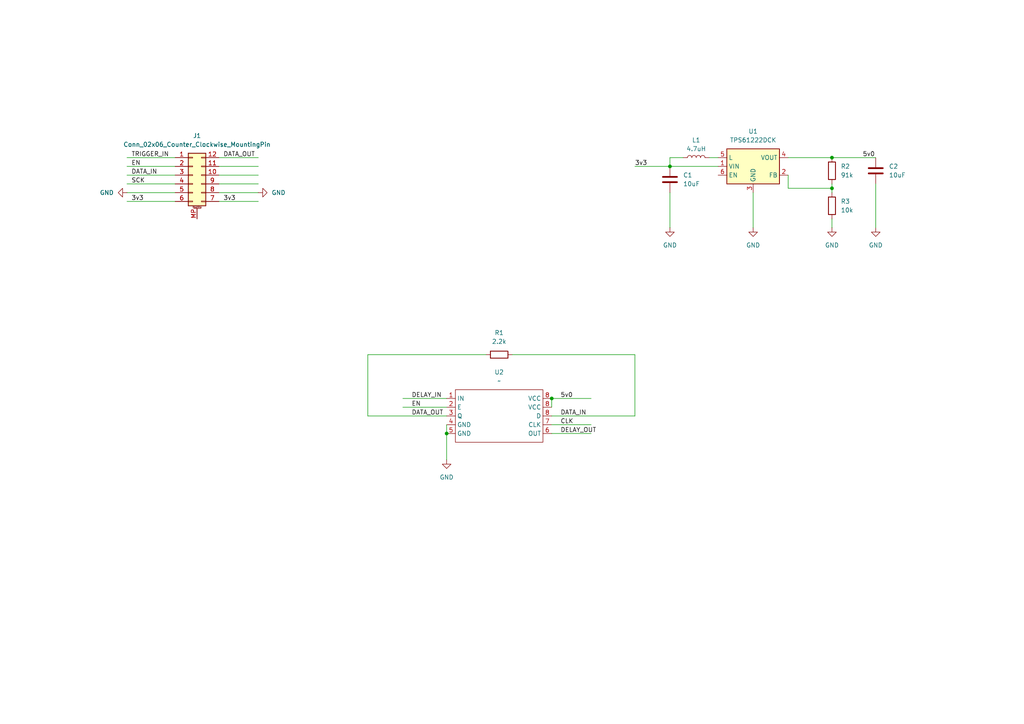
<source format=kicad_sch>
(kicad_sch (version 20250114) (generator "eeschema") (generator_version "9.0")
  (paper "A4")
  (lib_symbols
    (symbol "Connector_Generic_MountingPin:Conn_02x06_Counter_Clockwise_MountingPin" (pin_names (offset 1.016) (hide yes))
      (property "Reference" "J" (at 1.27 7.62 0))
      (property "Value" "Conn_02x06_Counter_Clockwise_MountingPin" (at 2.54 -10.16 0))
      (symbol "Conn_02x06_Counter_Clockwise_MountingPin_1_1"
        (rectangle (start -1.27 6.35) (end 3.81 -8.89) (stroke (width 0.254)) (fill (type background)))
        (rectangle (start -1.27 5.207) (end 0 4.953) (stroke (width 0.1524)))
        (rectangle (start -1.27 2.667) (end 0 2.413) (stroke (width 0.1524)))
        (rectangle (start -1.27 0.127) (end 0 -0.127) (stroke (width 0.1524)))
        (rectangle (start -1.27 -2.413) (end 0 -2.667) (stroke (width 0.1524)))
        (rectangle (start -1.27 -4.953) (end 0 -5.207) (stroke (width 0.1524)))
        (rectangle (start -1.27 -7.493) (end 0 -7.747) (stroke (width 0.1524)))
        (polyline (pts (xy 0.254 -9.652) (xy 2.286 -9.652)) (stroke (width 0.1524)))
        (rectangle (start 3.81 5.207) (end 2.54 4.953) (stroke (width 0.1524)))
        (rectangle (start 3.81 2.667) (end 2.54 2.413) (stroke (width 0.1524)))
        (rectangle (start 3.81 0.127) (end 2.54 -0.127) (stroke (width 0.1524)))
        (rectangle (start 3.81 -2.413) (end 2.54 -2.667) (stroke (width 0.1524)))
        (rectangle (start 3.81 -4.953) (end 2.54 -5.207) (stroke (width 0.1524)))
        (rectangle (start 3.81 -7.493) (end 2.54 -7.747) (stroke (width 0.1524)))
        (text "Mounting" (at 1.27 -9.271 0) (effects (font (size 0.381 0.381))))
        (pin passive line (at -5.08 5.08 0) (length 3.81) (name "Pin_1") (number "1"))
        (pin passive line (at -5.08 2.54 0) (length 3.81) (name "Pin_2") (number "2"))
        (pin passive line (at -5.08 0 0) (length 3.81) (name "Pin_3") (number "3"))
        (pin passive line (at -5.08 -2.54 0) (length 3.81) (name "Pin_4") (number "4"))
        (pin passive line (at -5.08 -5.08 0) (length 3.81) (name "Pin_5") (number "5"))
        (pin passive line (at -5.08 -7.62 0) (length 3.81) (name "Pin_6") (number "6"))
        (pin passive line (at 1.27 -12.7 90) (length 3.048) (name "MountPin") (number "MP"))
        (pin passive line (at 7.62 5.08 180) (length 3.81) (name "Pin_12") (number "12"))
        (pin passive line (at 7.62 2.54 180) (length 3.81) (name "Pin_11") (number "11"))
        (pin passive line (at 7.62 0 180) (length 3.81) (name "Pin_10") (number "10"))
        (pin passive line (at 7.62 -2.54 180) (length 3.81) (name "Pin_9") (number "9"))
        (pin passive line (at 7.62 -5.08 180) (length 3.81) (name "Pin_8") (number "8"))
        (pin passive line (at 7.62 -7.62 180) (length 3.81) (name "Pin_7") (number "7"))
      )
    )
    (symbol "Device:C" (pin_numbers (hide yes)) (pin_names (offset 0.254))
      (property "Reference" "C" (at 0.635 2.54 0))
      (property "Value" "C" (at 0.635 -2.54 0))
      (symbol "C_0_1"
        (polyline (pts (xy -2.032 0.762) (xy 2.032 0.762)) (stroke (width 0.508)))
        (polyline (pts (xy -2.032 -0.762) (xy 2.032 -0.762)) (stroke (width 0.508)))
      )
      (symbol "C_1_1"
        (pin passive line (at 0 3.81 270) (length 2.794) (name "~") (number "1"))
        (pin passive line (at 0 -3.81 90) (length 2.794) (name "~") (number "2"))
      )
    )
    (symbol "Device:L" (pin_numbers (hide yes)) (pin_names (offset 1.016) (hide yes))
      (property "Reference" "L" (at -1.27 0 90))
      (property "Value" "L" (at 1.905 0 90))
      (symbol "L_0_1"
        (arc (start 0 2.54) (mid 0.6323 1.905) (end 0 1.27))
        (arc (start 0 1.27) (mid 0.6323 0.635) (end 0 0))
        (arc (start 0 0) (mid 0.6323 -0.635) (end 0 -1.27))
        (arc (start 0 -1.27) (mid 0.6323 -1.905) (end 0 -2.54))
      )
      (symbol "L_1_1"
        (pin passive line (at 0 3.81 270) (length 1.27) (name "1") (number "1"))
        (pin passive line (at 0 -3.81 90) (length 1.27) (name "2") (number "2"))
      )
    )
    (symbol "Device:R" (pin_numbers (hide yes)) (pin_names (offset 0))
      (property "Reference" "R" (at 2.032 0 90))
      (property "Value" "R" (at 0 0 90))
      (symbol "R_0_1"
        (rectangle (start -1.016 -2.54) (end 1.016 2.54) (stroke (width 0.254)))
      )
      (symbol "R_1_1"
        (pin passive line (at 0 3.81 270) (length 1.27) (name "~") (number "1"))
        (pin passive line (at 0 -3.81 90) (length 1.27) (name "~") (number "2"))
      )
    )
    (symbol "PMODDelay:DS1124"
      (property "Reference" "U" (at -12.192 -10.668 0))
      (symbol "DS1124_0_1"
        (rectangle (start -12.7 6.35) (end 12.7 -8.89))
      )
      (symbol "DS1124_1_1"
        (pin input line (at -15.24 3.81 0) (length 2.54) (name "IN") (number "1"))
        (pin input line (at -15.24 1.27 0) (length 2.54) (name "E") (number "2"))
        (pin output line (at -15.24 -1.27 0) (length 2.54) (name "Q") (number "3"))
        (pin input line (at -15.24 -3.81 0) (length 2.54) (name "GND") (number "4"))
        (pin input line (at -15.24 -6.35 0) (length 2.54) (name "GND") (number "5"))
        (pin power_in line (at 15.24 3.81 180) (length 2.54) (name "VCC") (number "8"))
        (pin power_in line (at 15.24 1.27 180) (length 2.54) (name "VCC") (number "8"))
        (pin input line (at 15.24 -1.27 180) (length 2.54) (name "D") (number "8"))
        (pin input line (at 15.24 -3.81 180) (length 2.54) (name "CLK") (number "7"))
        (pin output line (at 15.24 -6.35 180) (length 2.54) (name "OUT") (number "6"))
      )
    )
    (symbol "Regulator_Switching:TPS61222DCK"
      (property "Reference" "U" (at -7.62 6.35 0))
      (property "Value" "TPS61222DCK" (at 2.54 6.35 0))
      (symbol "TPS61222DCK_0_1"
        (rectangle (start -7.62 5.08) (end 7.62 -5.08) (stroke (width 0.254)) (fill (type background)))
      )
      (symbol "TPS61222DCK_1_1"
        (pin power_in line (at -10.16 2.54 0) (length 2.54) (name "L") (number "5"))
        (pin power_in line (at -10.16 0 0) (length 2.54) (name "VIN") (number "1"))
        (pin input line (at -10.16 -2.54 0) (length 2.54) (name "EN") (number "6"))
        (pin power_in line (at 0 -7.62 90) (length 2.54) (name "GND") (number "3"))
        (pin power_out line (at 10.16 2.54 180) (length 2.54) (name "VOUT") (number "4"))
        (pin input line (at 10.16 -2.54 180) (length 2.54) (name "FB") (number "2"))
      )
    )
    (symbol "power:GND" (power) (pin_numbers (hide yes)) (pin_names (offset 0) (hide yes))
      (property "Value" "GND" (at 0 -3.81 0))
      (symbol "GND_0_1"
        (polyline (pts (xy 0 0) (xy 0 -1.27) (xy 1.27 -1.27) (xy 0 -2.54) (xy -1.27 -1.27) (xy 0 -1.27)))
      )
      (symbol "GND_1_1"
        (pin power_in line (at 0 0 270) (length 0) (name "~") (number "1"))
      )
    )
  )
  (junction (at 241.3 45.72))
  (junction (at 129.54 125.73))
  (junction (at 160.02 115.57))
  (junction (at 241.3 54.61))
  (junction (at 194.31 48.26))
  (wire (pts (xy 228.6 50.8) (xy 228.6 54.61)))
  (wire (pts (xy 63.5 53.34) (xy 74.93 53.34)))
  (wire (pts (xy 194.31 55.88) (xy 194.31 66.04)))
  (wire (pts (xy 36.83 55.88) (xy 50.8 55.88)))
  (wire (pts (xy 63.5 55.88) (xy 74.93 55.88)))
  (wire (pts (xy 36.83 53.34) (xy 50.8 53.34)))
  (wire (pts (xy 148.59 102.87) (xy 184.15 102.87)))
  (wire (pts (xy 63.5 48.26) (xy 74.93 48.26)))
  (wire (pts (xy 184.15 120.65) (xy 184.15 102.87)))
  (wire (pts (xy 36.83 58.42) (xy 50.8 58.42)))
  (wire (pts (xy 160.02 120.65) (xy 184.15 120.65)))
  (wire (pts (xy 116.84 118.11) (xy 129.54 118.11)))
  (wire (pts (xy 160.02 125.73) (xy 171.45 125.73)))
  (wire (pts (xy 106.68 120.65) (xy 129.54 120.65)))
  (wire (pts (xy 218.44 55.88) (xy 218.44 66.04)))
  (wire (pts (xy 184.15 48.26) (xy 194.31 48.26)))
  (wire (pts (xy 129.54 125.73) (xy 129.54 133.35)))
  (wire (pts (xy 241.3 53.34) (xy 241.3 54.61)))
  (wire (pts (xy 116.84 115.57) (xy 129.54 115.57)))
  (wire (pts (xy 228.6 45.72) (xy 241.3 45.72)))
  (wire (pts (xy 228.6 54.61) (xy 241.3 54.61)))
  (wire (pts (xy 129.54 123.19) (xy 129.54 125.73)))
  (wire (pts (xy 241.3 54.61) (xy 241.3 55.88)))
  (wire (pts (xy 160.02 123.19) (xy 171.45 123.19)))
  (wire (pts (xy 36.83 48.26) (xy 50.8 48.26)))
  (wire (pts (xy 36.83 50.8) (xy 50.8 50.8)))
  (wire (pts (xy 106.68 102.87) (xy 106.68 120.65)))
  (wire (pts (xy 194.31 48.26) (xy 208.28 48.26)))
  (wire (pts (xy 36.83 45.72) (xy 50.8 45.72)))
  (wire (pts (xy 241.3 45.72) (xy 254 45.72)))
  (wire (pts (xy 63.5 45.72) (xy 74.93 45.72)))
  (wire (pts (xy 140.97 102.87) (xy 106.68 102.87)))
  (wire (pts (xy 194.31 45.72) (xy 198.12 45.72)))
  (wire (pts (xy 63.5 58.42) (xy 74.93 58.42)))
  (wire (pts (xy 241.3 63.5) (xy 241.3 66.04)))
  (wire (pts (xy 63.5 50.8) (xy 74.93 50.8)))
  (wire (pts (xy 194.31 48.26) (xy 194.31 45.72)))
  (wire (pts (xy 160.02 115.57) (xy 160.02 118.11)))
  (wire (pts (xy 160.02 115.57) (xy 171.45 115.57)))
  (wire (pts (xy 205.74 45.72) (xy 208.28 45.72)))
  (wire (pts (xy 254 53.34) (xy 254 66.04)))
  (label "CLK" (at 162.56 123.19 0))
  (label "EN" (at 38.1 48.26 0))
  (label "DELAY_OUT" (at 162.56 125.73 0))
  (label "5v0" (at 250.19 45.72 0))
  (label "DATA_OUT" (at 64.77 45.72 0))
  (label "DATA_OUT" (at 119.38 120.65 0))
  (label "EN" (at 119.38 118.11 0))
  (label "5v0" (at 162.56 115.57 0))
  (label "SCK" (at 38.1 53.34 0))
  (label "TRIGGER_IN" (at 38.1 45.72 0))
  (label "DELAY_IN" (at 119.38 115.57 0))
  (label "3v3" (at 38.1 58.42 0))
  (label "DATA_IN" (at 38.1 50.8 0))
  (label "3v3" (at 184.15 48.26 0))
  (label "DATA_IN" (at 162.56 120.65 0))
  (label "3v3" (at 64.77 58.42 0))
  (symbol (lib_id "Regulator_Switching:TPS61222DCK") (at 218.44 48.26 0) (unit 1)
    (property "Reference" "U1" (at 218.44 38.1 0))
    (property "Value" "TPS61222DCK" (at 218.44 40.64 0))
    (property "Footprint" "Package_TO_SOT_SMD:Texas_R-PDSO-G6" (effects (hide yes)))
    (property "Datasheet" "http://www.ti.com/lit/ds/symlink/tps61220.pdf" (effects (hide yes)))
    (property "Description" "400 mA Step-Up Converter, Fixed 5V Output Voltage, 0.7-5.5V Input Voltage, SC-70" (effects (hide yes)))
  )
  (symbol (lib_id "power:GND") (at 129.54 133.35 0) (unit 1)
    (property "Reference" "#PWR01" (effects (hide yes)))
    (property "Value" "GND" (at 129.54 138.43 0))
    (property "Description" "Power symbol creates a global label with name \"GND\" , ground" (effects (hide yes)))
  )
  (symbol (lib_id "Device:R") (at 144.78 102.87 90) (unit 1)
    (property "Reference" "R1" (at 144.78 96.52 90))
    (property "Value" "2.2k" (at 144.78 99.06 90))
    (property "Description" "Resistor" (effects (hide yes)))
  )
  (symbol (lib_id "Device:R") (at 241.3 49.53 0) (unit 1)
    (property "Reference" "R2" (at 243.84 48.2599 0) (effects (justify left)))
    (property "Value" "91k" (at 243.84 50.7999 0) (effects (justify left)))
    (property "Description" "Resistor" (effects (hide yes)))
  )
  (symbol (lib_id "Device:C") (at 254 49.53 0) (unit 1)
    (property "Reference" "C2" (at 257.81 48.2599 0) (effects (justify left)))
    (property "Value" "10uF" (at 257.81 50.7999 0) (effects (justify left)))
    (property "Description" "Unpolarized capacitor" (effects (hide yes)))
  )
  (symbol (lib_id "PMODDelay:DS1124") (at 144.78 119.38 0) (unit 1)
    (property "Reference" "U2" (at 144.78 107.95 0))
    (property "Value" "~" (at 144.78 110.49 0))
  )
  (symbol (lib_id "power:GND") (at 36.83 55.88 270) (unit 1)
    (property "Reference" "#PWR06" (effects (hide yes)))
    (property "Value" "GND" (at 33.02 55.8799 90) (effects (justify right)))
    (property "Description" "Power symbol creates a global label with name \"GND\" , ground" (effects (hide yes)))
  )
  (symbol (lib_id "Device:C") (at 194.31 52.07 0) (unit 1)
    (property "Reference" "C1" (at 198.12 50.7999 0) (effects (justify left)))
    (property "Value" "10uF" (at 198.12 53.3399 0) (effects (justify left)))
    (property "Description" "Unpolarized capacitor" (effects (hide yes)))
  )
  (symbol (lib_id "power:GND") (at 254 66.04 0) (unit 1)
    (property "Reference" "#PWR04" (effects (hide yes)))
    (property "Value" "GND" (at 254 71.12 0))
    (property "Description" "Power symbol creates a global label with name \"GND\" , ground" (effects (hide yes)))
  )
  (symbol (lib_id "power:GND") (at 194.31 66.04 0) (unit 1)
    (property "Reference" "#PWR05" (effects (hide yes)))
    (property "Value" "GND" (at 194.31 71.12 0))
    (property "Description" "Power symbol creates a global label with name \"GND\" , ground" (effects (hide yes)))
  )
  (symbol (lib_id "power:GND") (at 74.93 55.88 90) (unit 1)
    (property "Reference" "#PWR07" (effects (hide yes)))
    (property "Value" "GND" (at 78.74 55.8799 90) (effects (justify right)))
    (property "Description" "Power symbol creates a global label with name \"GND\" , ground" (effects (hide yes)))
  )
  (symbol (lib_id "power:GND") (at 241.3 66.04 0) (unit 1)
    (property "Reference" "#PWR02" (effects (hide yes)))
    (property "Value" "GND" (at 241.3 71.12 0))
    (property "Description" "Power symbol creates a global label with name \"GND\" , ground" (effects (hide yes)))
  )
  (symbol (lib_id "Device:L") (at 201.93 45.72 90) (unit 1)
    (property "Reference" "L1" (at 201.93 40.64 90))
    (property "Value" "4.7uH" (at 201.93 43.18 90))
    (property "Description" "Inductor" (effects (hide yes)))
  )
  (symbol (lib_id "Device:R") (at 241.3 59.69 0) (unit 1)
    (property "Reference" "R3" (at 243.84 58.4199 0) (effects (justify left)))
    (property "Value" "10k" (at 243.84 60.9599 0) (effects (justify left)))
    (property "Description" "Resistor" (effects (hide yes)))
  )
  (symbol (lib_id "Connector_Generic_MountingPin:Conn_02x06_Counter_Clockwise_MountingPin") (at 55.88 50.8 0) (unit 1)
    (property "Reference" "J1" (at 57.15 39.37 0))
    (property "Value" "Conn_02x06_Counter_Clockwise_MountingPin" (at 57.15 41.91 0))
    (property "Description" "Generic connectable mounting pin connector, double row, 02x06, counter clockwise pin numbering scheme (similar to DIP package numbering), script generated (kicad-library-utils/schlib/autogen/connector/)" (effects (hide yes)))
  )
  (symbol (lib_id "power:GND") (at 218.44 66.04 0) (unit 1)
    (property "Reference" "#PWR03" (effects (hide yes)))
    (property "Value" "GND" (at 218.44 71.12 0))
    (property "Description" "Power symbol creates a global label with name \"GND\" , ground" (effects (hide yes)))
  )
)
</source>
